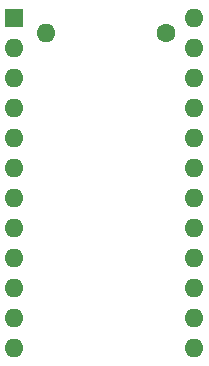
<source format=gbs>
G04 #@! TF.GenerationSoftware,KiCad,Pcbnew,7.0.9*
G04 #@! TF.CreationDate,2024-04-24T12:06:22-07:00*
G04 #@! TF.ProjectId,sop28-to-dip-24-rom-adapter,736f7032-382d-4746-9f2d-6469702d3234,2B*
G04 #@! TF.SameCoordinates,Original*
G04 #@! TF.FileFunction,Soldermask,Bot*
G04 #@! TF.FilePolarity,Negative*
%FSLAX46Y46*%
G04 Gerber Fmt 4.6, Leading zero omitted, Abs format (unit mm)*
G04 Created by KiCad (PCBNEW 7.0.9) date 2024-04-24 12:06:22*
%MOMM*%
%LPD*%
G01*
G04 APERTURE LIST*
%ADD10C,1.600000*%
%ADD11O,1.600000X1.600000*%
%ADD12R,1.600000X1.600000*%
G04 APERTURE END LIST*
D10*
X139700000Y-82550000D03*
D11*
X129540000Y-82550000D03*
D12*
X126840000Y-81280000D03*
D11*
X126840000Y-83820000D03*
X126840000Y-86360000D03*
X126840000Y-88900000D03*
X126840000Y-91440000D03*
X126840000Y-93980000D03*
X126840000Y-96520000D03*
X126840000Y-99060000D03*
X126840000Y-101600000D03*
X126840000Y-104140000D03*
X126840000Y-106680000D03*
X126840000Y-109220000D03*
X142080000Y-109220000D03*
X142080000Y-106680000D03*
X142080000Y-104140000D03*
X142080000Y-101600000D03*
X142080000Y-99060000D03*
X142080000Y-96520000D03*
X142080000Y-93980000D03*
X142080000Y-91440000D03*
X142080000Y-88900000D03*
X142080000Y-86360000D03*
X142080000Y-83820000D03*
X142080000Y-81280000D03*
M02*

</source>
